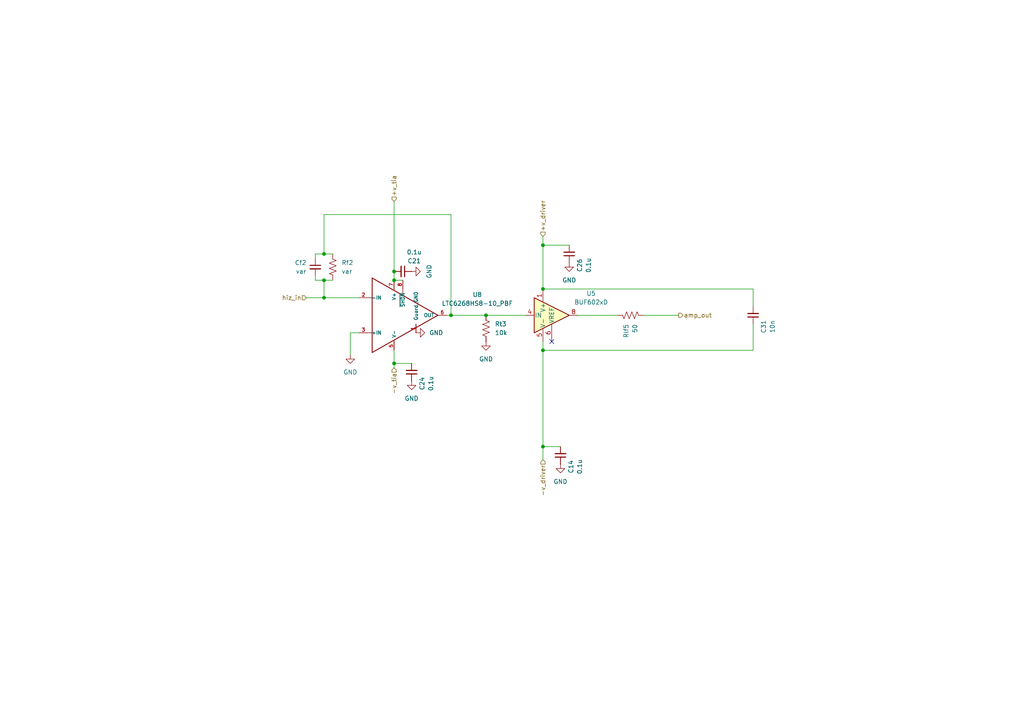
<source format=kicad_sch>
(kicad_sch (version 20231120) (generator "eeschema") (generator_version "8.0")
  (paper "A4")
  (lib_symbols
    (symbol "Amplifier_Buffer:BUF602xD" (pin_names (offset 0.127))
      (property "Reference" "U" (at 6.35 2.54 0))
      (property "Value" "BUF602xD" (at 7.62 -2.54 0))
      (symbol "BUF602xD_0_1"
        (polyline (pts (xy 5.08 0) (xy -5.08 5.08) (xy -5.08 -5.08) (xy 5.08 0)) (stroke (width 0.254)) (fill (type background)))
      )
      (symbol "BUF602xD_1_1"
        (pin power_in line (at -2.54 7.62 270) (length 3.81) (name "V+") (number "1"))
        (pin no_connect line (at -5.08 5.08 0) (length 2.54) hide (name "NC") (number "2"))
        (pin no_connect line (at -5.08 2.54 0) (length 2.54) hide (name "NC") (number "3"))
        (pin input line (at -7.62 0 0) (length 2.54) (name "IN") (number "4"))
        (pin power_in line (at -2.54 -7.62 90) (length 3.81) (name "V-") (number "5"))
        (pin output line (at 0 -7.62 90) (length 5.08) (name "VREF") (number "6"))
        (pin no_connect line (at -5.08 -2.54 0) (length 2.54) hide (name "NC") (number "7"))
        (pin output line (at 7.62 0 180) (length 2.54) (name "~") (number "8"))
      )
    )
    (symbol "Device:C_Small" (pin_numbers hide) (pin_names (offset 0.254) hide)
      (property "Reference" "C" (at 0.254 1.778 0))
      (property "Value" "C_Small" (at 0.254 -2.032 0))
      (symbol "C_Small_0_1"
        (polyline (pts (xy -1.524 -0.508) (xy 1.524 -0.508)) (stroke (width 0.3302)))
        (polyline (pts (xy -1.524 0.508) (xy 1.524 0.508)) (stroke (width 0.3048)))
      )
      (symbol "C_Small_1_1"
        (pin passive line (at 0 2.54 270) (length 2.032) (name "~") (number "1"))
        (pin passive line (at 0 -2.54 90) (length 2.032) (name "~") (number "2"))
      )
    )
    (symbol "Device:R_US" (pin_numbers hide) (pin_names (offset 0))
      (property "Reference" "R" (at 2.54 0 90))
      (property "Value" "R_US" (at -2.54 0 90))
      (symbol "R_US_0_1"
        (polyline (pts (xy 0 -2.286) (xy 0 -2.54)))
        (polyline (pts (xy 0 2.286) (xy 0 2.54)))
        (polyline (pts (xy 0 -0.762) (xy 1.016 -1.143) (xy 0 -1.524) (xy -1.016 -1.905) (xy 0 -2.286)))
        (polyline (pts (xy 0 0.762) (xy 1.016 0.381) (xy 0 0) (xy -1.016 -0.381) (xy 0 -0.762)))
        (polyline (pts (xy 0 2.286) (xy 1.016 1.905) (xy 0 1.524) (xy -1.016 1.143) (xy 0 0.762)))
      )
      (symbol "R_US_1_1"
        (pin passive line (at 0 3.81 270) (length 1.27) (name "~") (number "1"))
        (pin passive line (at 0 -3.81 90) (length 1.27) (name "~") (number "2"))
      )
    )
    (symbol "New_Library:LTC6268HS8-10_PBF" (pin_names (offset 1.016))
      (property "Reference" "U" (at -7.622 12.7033 0))
      (property "Value" "LTC6268HS8-10_PBF" (at -5.0827 -15.2481 0))
      (symbol "LTC6268HS8-10_PBF_0_0"
        (polyline (pts (xy -7.62 5.08) (xy -6.35 5.08)) (stroke (width 0.1524)))
        (polyline (pts (xy -6.35 -10.795) (xy 12.7 0)) (stroke (width 0.254)))
        (polyline (pts (xy -6.35 -5.08) (xy -8.255 -5.08)) (stroke (width 0.1524)))
        (polyline (pts (xy -6.35 -5.08) (xy -6.35 -10.795)) (stroke (width 0.254)))
        (polyline (pts (xy -6.35 5.08) (xy -6.35 -5.08)) (stroke (width 0.254)))
        (polyline (pts (xy -6.35 10.795) (xy -6.35 5.08)) (stroke (width 0.254)))
        (polyline (pts (xy 0 -7.366) (xy 0 -7.874)) (stroke (width 0.1524)))
        (polyline (pts (xy 0 7.62) (xy 0 7.112)) (stroke (width 0.1524)))
        (polyline (pts (xy 2.54 7.62) (xy 2.54 5.842)) (stroke (width 0.1524)))
        (polyline (pts (xy 12.7 0) (xy -6.35 10.795)) (stroke (width 0.254)))
        (pin input line (at -10.16 5.08 0) (length 2.54) (name "-IN") (number "2"))
        (pin input line (at -10.16 -5.08 0) (length 2.54) (name "+IN") (number "3"))
        (pin power_in line (at 0 -10.16 90) (length 2.54) (name "V-") (number "5"))
        (pin output line (at 15.24 0 180) (length 2.54) (name "OUT") (number "6"))
        (pin power_in line (at 0 10.16 270) (length 2.54) (name "V+") (number "7"))
        (pin bidirectional line (at 2.54 10.16 270) (length 2.54) (name "~{SHDN}") (number "8"))
      )
      (symbol "LTC6268HS8-10_PBF_1_0"
        (pin bidirectional line (at 6.35 -5.08 90) (length 2.54) (name "Guard_GND") (number "1"))
      )
    )
    (symbol "power:GND" (power) (pin_numbers hide) (pin_names (offset 0) hide)
      (property "Value" "GND" (at 0 -3.81 0))
      (symbol "GND_0_1"
        (polyline (pts (xy 0 0) (xy 0 -1.27) (xy 1.27 -1.27) (xy 0 -2.54) (xy -1.27 -1.27) (xy 0 -1.27)))
      )
      (symbol "GND_1_1"
        (pin power_in line (at 0 0 270) (length 0) (name "~") (number "1"))
      )
    )
  )
  (junction (at 157.48 83.82))
  (junction (at 140.97 91.44))
  (junction (at 114.3 105.41))
  (junction (at 114.3 81.28))
  (junction (at 93.98 81.28))
  (junction (at 157.48 129.54))
  (junction (at 157.48 101.6))
  (junction (at 93.98 73.66))
  (junction (at 93.98 86.36))
  (junction (at 157.48 71.12))
  (junction (at 130.81 91.44))
  (junction (at 114.3 78.74))
  (no_connect (at 160.02 99.06))
  (wire (pts (xy 91.44 74.93) (xy 91.44 73.66)))
  (wire (pts (xy 93.98 73.66) (xy 96.52 73.66)))
  (wire (pts (xy 157.48 71.12) (xy 165.1 71.12)))
  (wire (pts (xy 157.48 71.12) (xy 157.48 83.82)))
  (wire (pts (xy 114.3 105.41) (xy 114.3 106.68)))
  (wire (pts (xy 157.48 129.54) (xy 157.48 133.35)))
  (wire (pts (xy 91.44 73.66) (xy 93.98 73.66)))
  (wire (pts (xy 104.14 96.52) (xy 101.6 96.52)))
  (wire (pts (xy 101.6 96.52) (xy 101.6 102.87)))
  (wire (pts (xy 186.69 91.44) (xy 196.85 91.44)))
  (wire (pts (xy 157.48 101.6) (xy 218.44 101.6)))
  (wire (pts (xy 157.48 83.82) (xy 218.44 83.82)))
  (wire (pts (xy 167.64 91.44) (xy 179.07 91.44)))
  (wire (pts (xy 114.3 105.41) (xy 119.38 105.41)))
  (wire (pts (xy 114.3 81.28) (xy 116.84 81.28)))
  (wire (pts (xy 91.44 81.28) (xy 93.98 81.28)))
  (wire (pts (xy 157.48 129.54) (xy 162.56 129.54)))
  (wire (pts (xy 93.98 81.28) (xy 96.52 81.28)))
  (wire (pts (xy 93.98 86.36) (xy 104.14 86.36)))
  (wire (pts (xy 91.44 80.01) (xy 91.44 81.28)))
  (wire (pts (xy 218.44 83.82) (xy 218.44 88.9)))
  (wire (pts (xy 157.48 101.6) (xy 157.48 129.54)))
  (wire (pts (xy 157.48 68.58) (xy 157.48 71.12)))
  (wire (pts (xy 130.81 62.23) (xy 130.81 91.44)))
  (wire (pts (xy 218.44 101.6) (xy 218.44 93.98)))
  (wire (pts (xy 140.97 91.44) (xy 152.4 91.44)))
  (wire (pts (xy 93.98 81.28) (xy 93.98 86.36)))
  (wire (pts (xy 157.48 99.06) (xy 157.48 101.6)))
  (wire (pts (xy 93.98 73.66) (xy 93.98 62.23)))
  (wire (pts (xy 93.98 62.23) (xy 130.81 62.23)))
  (wire (pts (xy 88.9 86.36) (xy 93.98 86.36)))
  (wire (pts (xy 114.3 78.74) (xy 114.3 81.28)))
  (wire (pts (xy 129.54 91.44) (xy 130.81 91.44)))
  (wire (pts (xy 114.3 58.42) (xy 114.3 78.74)))
  (wire (pts (xy 130.81 91.44) (xy 140.97 91.44)))
  (wire (pts (xy 114.3 101.6) (xy 114.3 105.41)))
  (hierarchical_label "hiz_in" (shape input) (at 88.9 86.36 180))
  (hierarchical_label "+v_tia" (shape input) (at 114.3 58.42 90))
  (hierarchical_label "+v_driver" (shape input) (at 157.48 68.58 90))
  (hierarchical_label "-v_driver" (shape input) (at 157.48 133.35 270))
  (hierarchical_label "-v_tia" (shape input) (at 114.3 106.68 270))
  (hierarchical_label "amp_out" (shape output) (at 196.85 91.44 0))
  (symbol (lib_id "Device:C_Small") (at 218.44 91.44 180) (unit 1)
    (property "Reference" "C31" (at 221.488 94.742 90))
    (property "Value" "10n" (at 224.028 94.742 90))
    (property "Footprint" "Capacitor_SMD:C_1206_3216Metric_Pad1.33x1.80mm_HandSolder" (effects (hide yes)))
    (property "Description" "Unpolarized capacitor, small symbol" (effects (hide yes)))
    (instances (project "tia-csp-test-board" (path "" (reference "C31") (unit 1)) (path "" (reference "C32") (unit 1))))
  )
  (symbol (lib_id "Device:C_Small") (at 165.1 73.66 180) (unit 1)
    (property "Reference" "C26" (at 168.148 76.962 90))
    (property "Value" "0.1u" (at 170.688 76.962 90))
    (property "Footprint" "Capacitor_SMD:C_1206_3216Metric" (effects (hide yes)))
    (property "Description" "Unpolarized capacitor, small symbol" (effects (hide yes)))
    (instances (project "tia-csp-test-board" (path "" (reference "C26") (unit 1)) (path "" (reference "C28") (unit 1))))
  )
  (symbol (lib_id "power:GND") (at 165.1 76.2 0) (mirror y) (unit 1)
    (property "Reference" "#PWR030" (effects (hide yes)))
    (property "Value" "GND" (at 165.1 81.28 0))
    (property "Description" "Power symbol creates a global label with name \"GND\" , ground" (effects (hide yes)))
    (instances (project "tia-csp-test-board" (path "" (reference "#PWR030") (unit 1)) (path "" (reference "#PWR042") (unit 1))))
  )
  (symbol (lib_id "Device:R_US") (at 140.97 95.25 0) (unit 1)
    (property "Reference" "Rt3" (at 143.51 93.9799 0) (effects (justify left)))
    (property "Value" "10k" (at 143.51 96.5199 0) (effects (justify left)))
    (property "Footprint" "Resistor_SMD:R_0805_2012Metric" (effects (hide yes)))
    (property "Description" "Resistor, US symbol" (effects (hide yes)))
    (instances (project "tia-csp-test-board" (path "" (reference "Rt3") (unit 1)) (path "" (reference "Rt1") (unit 1))))
  )
  (symbol (lib_id "Device:C_Small") (at 119.38 107.95 180) (unit 1)
    (property "Reference" "C24" (at 122.428 111.252 90))
    (property "Value" "0.1u" (at 124.968 111.252 90))
    (property "Footprint" "Capacitor_SMD:C_1206_3216Metric" (effects (hide yes)))
    (property "Description" "Unpolarized capacitor, small symbol" (effects (hide yes)))
    (instances (project "tia-csp-test-board" (path "" (reference "C24") (unit 1)) (path "" (reference "C29") (unit 1))))
  )
  (symbol (lib_id "power:GND") (at 119.38 78.74 90) (mirror x) (unit 1)
    (property "Reference" "#PWR034" (effects (hide yes)))
    (property "Value" "GND" (at 124.46 78.74 0))
    (property "Description" "Power symbol creates a global label with name \"GND\" , ground" (effects (hide yes)))
    (instances (project "tia-csp-test-board" (path "" (reference "#PWR034") (unit 1)) (path "" (reference "#PWR021") (unit 1))))
  )
  (symbol (lib_id "Device:C_Small") (at 116.84 78.74 270) (unit 1)
    (property "Reference" "C21" (at 120.142 75.692 90))
    (property "Value" "0.1u" (at 120.142 73.152 90))
    (property "Footprint" "Capacitor_SMD:C_1206_3216Metric" (effects (hide yes)))
    (property "Description" "Unpolarized capacitor, small symbol" (effects (hide yes)))
    (instances (project "tia-csp-test-board" (path "" (reference "C21") (unit 1)) (path "" (reference "C23") (unit 1))))
  )
  (symbol (lib_id "Amplifier_Buffer:BUF602xD") (at 160.02 91.44 0) (unit 1)
    (property "Reference" "U5" (at 171.45 85.1214 0))
    (property "Value" "BUF602xD" (at 171.45 87.6614 0))
    (property "Footprint" "Package_SO:SOIC-8_3.9x4.9mm_P1.27mm" (effects (hide yes)))
    (property "Datasheet" "http://www.ti.com/lit/ds/symlink/buf602.pdf" (effects (hide yes)))
    (property "Description" "High-Speed, 1000 MHz, Closed-Loop Buffer, SOIC-8" (effects (hide yes)))
    (instances (project "tia-csp-test-board" (path "" (reference "U5") (unit 1)) (path "" (reference "U7") (unit 1))))
  )
  (symbol (lib_id "Device:R_US") (at 182.88 91.44 90) (mirror x) (unit 1)
    (property "Reference" "Rlf5" (at 181.6099 93.98 0) (effects (justify left)))
    (property "Value" "50" (at 184.1499 93.98 0) (effects (justify left)))
    (property "Footprint" "Resistor_SMD:R_0805_2012Metric" (effects (hide yes)))
    (property "Description" "Resistor, US symbol" (effects (hide yes)))
    (instances (project "tia-csp-test-board" (path "" (reference "Rlf5") (unit 1)) (path "" (reference "Rlf6") (unit 1))))
  )
  (symbol (lib_id "Device:R_US") (at 96.52 77.47 0) (unit 1)
    (property "Reference" "Rf2" (at 99.06 76.1999 0) (effects (justify left)))
    (property "Value" "var" (at 99.06 78.7399 0) (effects (justify left)))
    (property "Footprint" "Resistor_SMD:R_0805_2012Metric" (effects (hide yes)))
    (property "Description" "Resistor, US symbol" (effects (hide yes)))
    (instances (project "tia-csp-test-board" (path "" (reference "Rf2") (unit 1)) (path "" (reference "Rf1") (unit 1))))
  )
  (symbol (lib_id "power:GND") (at 119.38 110.49 0) (mirror y) (unit 1)
    (property "Reference" "#PWR035" (effects (hide yes)))
    (property "Value" "GND" (at 119.38 115.57 0))
    (property "Description" "Power symbol creates a global label with name \"GND\" , ground" (effects (hide yes)))
    (instances (project "tia-csp-test-board" (path "" (reference "#PWR035") (unit 1)) (path "" (reference "#PWR0101") (unit 1))))
  )
  (symbol (lib_id "power:GND") (at 162.56 134.62 0) (mirror y) (unit 1)
    (property "Reference" "#PWR023" (effects (hide yes)))
    (property "Value" "GND" (at 162.56 139.7 0))
    (property "Description" "Power symbol creates a global label with name \"GND\" , ground" (effects (hide yes)))
    (instances (project "tia-csp-test-board" (path "" (reference "#PWR023") (unit 1)) (path "" (reference "#PWR041") (unit 1))))
  )
  (symbol (lib_id "power:GND") (at 101.6 102.87 0) (unit 1)
    (property "Reference" "#PWR032" (effects (hide yes)))
    (property "Value" "GND" (at 101.6 107.95 0))
    (property "Description" "Power symbol creates a global label with name \"GND\" , ground" (effects (hide yes)))
    (instances (project "tia-csp-test-board" (path "" (reference "#PWR032") (unit 1)) (path "" (reference "#PWR029") (unit 1))))
  )
  (symbol (lib_id "power:GND") (at 120.65 96.52 90) (mirror x) (unit 1)
    (property "Reference" "#PWR036" (effects (hide yes)))
    (property "Value" "GND" (at 124.46 96.5199 90) (effects (justify right)))
    (property "Description" "Power symbol creates a global label with name \"GND\" , ground" (effects (hide yes)))
    (instances (project "tia-csp-test-board" (path "" (reference "#PWR036") (unit 1)) (path "" (reference "#PWR052") (unit 1))))
  )
  (symbol (lib_id "power:GND") (at 140.97 99.06 0) (mirror y) (unit 1)
    (property "Reference" "#PWR022" (effects (hide yes)))
    (property "Value" "GND" (at 140.97 104.14 0))
    (property "Description" "Power symbol creates a global label with name \"GND\" , ground" (effects (hide yes)))
    (instances (project "tia-csp-test-board" (path "" (reference "#PWR022") (unit 1)) (path "" (reference "#PWR037") (unit 1))))
  )
  (symbol (lib_id "Device:C_Small") (at 91.44 77.47 0) (unit 1)
    (property "Reference" "Cf2" (at 88.9 76.2062 0) (effects (justify right)))
    (property "Value" "var" (at 88.9 78.7462 0) (effects (justify right)))
    (property "Footprint" "Capacitor_SMD:C_0805_2012Metric" (effects (hide yes)))
    (property "Description" "Unpolarized capacitor, small symbol" (effects (hide yes)))
    (instances (project "tia-csp-test-board" (path "" (reference "Cf2") (unit 1)) (path "" (reference "Cf1") (unit 1))))
  )
  (symbol (lib_id "Device:C_Small") (at 162.56 132.08 180) (unit 1)
    (property "Reference" "C14" (at 165.608 135.382 90))
    (property "Value" "0.1u" (at 168.148 135.382 90))
    (property "Footprint" "Capacitor_SMD:C_1206_3216Metric" (effects (hide yes)))
    (property "Description" "Unpolarized capacitor, small symbol" (effects (hide yes)))
    (instances (project "tia-csp-test-board" (path "" (reference "C14") (unit 1)) (path "" (reference "C27") (unit 1))))
  )
  (symbol (lib_id "New_Library:LTC6268HS8-10_PBF") (at 114.3 91.44 0) (unit 1)
    (property "Reference" "U8" (at 138.43 85.4708 0))
    (property "Value" "LTC6268HS8-10_PBF" (at 138.43 88.0108 0))
    (property "Footprint" "Library:SOIC127P599X175-8N" (effects (hide yes)))
    (property "MANUFACTURER" "LINEAR TECHNOLOGY" (effects (hide yes)))
    (property "STANDARD" "IPC-7351B" (effects (hide yes)))
    (instances (project "tia-csp-test-board" (path "" (reference "U8") (unit 1)) (path "" (reference "U9") (unit 1))))
  )
)
</source>
